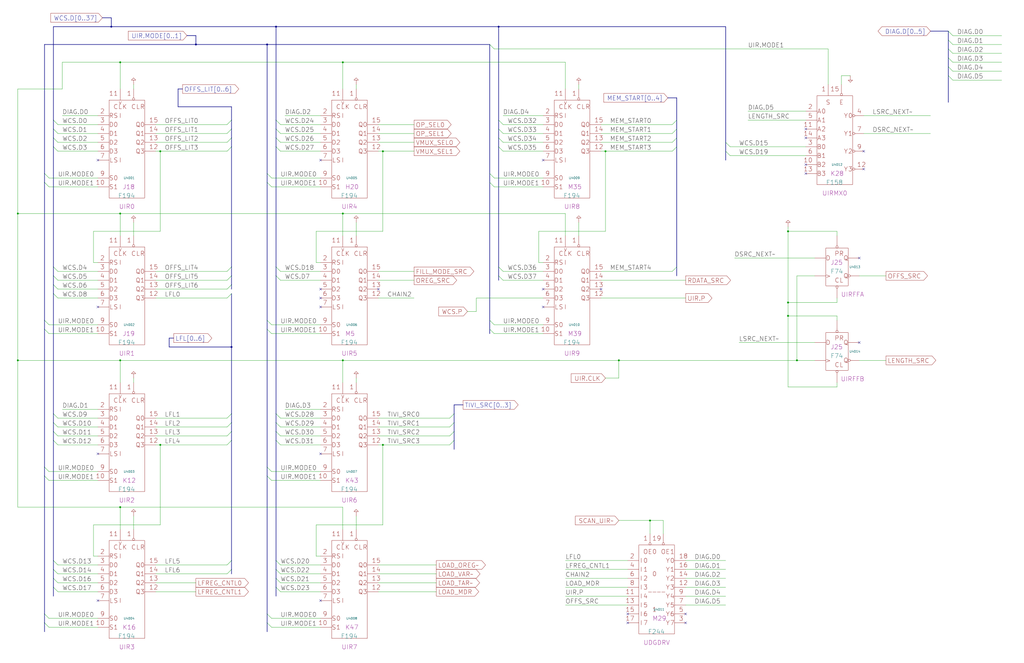
<source format=kicad_sch>
(kicad_sch (version 20211123) (generator eeschema)
  (paper "User" 584.2 378.46)
  (title_block (title "MICRO_INSTRUCTION REGISTER") (date "20-MAR-90") (rev "1.0") (comment 1 "FIU") (comment 2 "232-003065") (comment 3 "S400") (comment 4 "RELEASED"))
  (bus (pts (xy 101.6 50.8) (xy 104.14 50.8)))
  (bus (pts (xy 101.6 60.96) (xy 101.6 50.8)))
  (bus (pts (xy 106.68 20.32) (xy 111.76 20.32)))
  (bus (pts (xy 111.76 20.32) (xy 111.76 25.4)))
  (bus (pts (xy 111.76 25.4) (xy 25.4 25.4)))
  (bus (pts (xy 132.08 152.4) (xy 132.08 157.48)))
  (bus (pts (xy 132.08 157.48) (xy 132.08 162.56)))
  (bus (pts (xy 132.08 162.56) (xy 132.08 165.1)))
  (bus (pts (xy 132.08 167.64) (xy 132.08 198.12)))
  (bus (pts (xy 132.08 198.12) (xy 132.08 236.22)))
  (bus (pts (xy 132.08 198.12) (xy 96.52 198.12)))
  (bus (pts (xy 132.08 236.22) (xy 132.08 241.3)))
  (bus (pts (xy 132.08 241.3) (xy 132.08 246.38)))
  (bus (pts (xy 132.08 246.38) (xy 132.08 251.46)))
  (bus (pts (xy 132.08 251.46) (xy 132.08 320.04)))
  (bus (pts (xy 132.08 320.04) (xy 132.08 325.12)))
  (bus (pts (xy 132.08 325.12) (xy 132.08 327.66)))
  (bus (pts (xy 132.08 60.96) (xy 101.6 60.96)))
  (bus (pts (xy 132.08 60.96) (xy 132.08 68.58)))
  (bus (pts (xy 132.08 68.58) (xy 132.08 73.66)))
  (bus (pts (xy 132.08 73.66) (xy 132.08 78.74)))
  (bus (pts (xy 132.08 78.74) (xy 132.08 83.82)))
  (bus (pts (xy 132.08 83.82) (xy 132.08 152.4)))
  (bus (pts (xy 152.4 104.14) (xy 152.4 182.88)))
  (bus (pts (xy 152.4 182.88) (xy 152.4 187.96)))
  (bus (pts (xy 152.4 187.96) (xy 152.4 266.7)))
  (bus (pts (xy 152.4 25.4) (xy 111.76 25.4)))
  (bus (pts (xy 152.4 25.4) (xy 152.4 99.06)))
  (bus (pts (xy 152.4 266.7) (xy 152.4 271.78)))
  (bus (pts (xy 152.4 271.78) (xy 152.4 350.52)))
  (bus (pts (xy 152.4 350.52) (xy 152.4 355.6)))
  (bus (pts (xy 152.4 355.6) (xy 152.4 360.68)))
  (bus (pts (xy 152.4 99.06) (xy 152.4 104.14)))
  (bus (pts (xy 157.48 15.24) (xy 157.48 68.58)))
  (bus (pts (xy 157.48 15.24) (xy 284.48 15.24)))
  (bus (pts (xy 157.48 152.4) (xy 157.48 157.48)))
  (bus (pts (xy 157.48 157.48) (xy 157.48 236.22)))
  (bus (pts (xy 157.48 236.22) (xy 157.48 241.3)))
  (bus (pts (xy 157.48 241.3) (xy 157.48 246.38)))
  (bus (pts (xy 157.48 246.38) (xy 157.48 251.46)))
  (bus (pts (xy 157.48 251.46) (xy 157.48 320.04)))
  (bus (pts (xy 157.48 320.04) (xy 157.48 325.12)))
  (bus (pts (xy 157.48 325.12) (xy 157.48 330.2)))
  (bus (pts (xy 157.48 330.2) (xy 157.48 335.28)))
  (bus (pts (xy 157.48 335.28) (xy 157.48 340.36)))
  (bus (pts (xy 157.48 68.58) (xy 157.48 73.66)))
  (bus (pts (xy 157.48 73.66) (xy 157.48 78.74)))
  (bus (pts (xy 157.48 78.74) (xy 157.48 83.82)))
  (bus (pts (xy 157.48 83.82) (xy 157.48 152.4)))
  (bus (pts (xy 25.4 104.14) (xy 25.4 182.88)))
  (bus (pts (xy 25.4 182.88) (xy 25.4 187.96)))
  (bus (pts (xy 25.4 187.96) (xy 25.4 266.7)))
  (bus (pts (xy 25.4 25.4) (xy 25.4 99.06)))
  (bus (pts (xy 25.4 266.7) (xy 25.4 271.78)))
  (bus (pts (xy 25.4 271.78) (xy 25.4 350.52)))
  (bus (pts (xy 25.4 350.52) (xy 25.4 355.6)))
  (bus (pts (xy 25.4 355.6) (xy 25.4 360.68)))
  (bus (pts (xy 25.4 99.06) (xy 25.4 104.14)))
  (bus (pts (xy 259.08 231.14) (xy 259.08 236.22)))
  (bus (pts (xy 259.08 236.22) (xy 259.08 241.3)))
  (bus (pts (xy 259.08 241.3) (xy 259.08 246.38)))
  (bus (pts (xy 259.08 246.38) (xy 259.08 251.46)))
  (bus (pts (xy 259.08 251.46) (xy 259.08 256.54)))
  (bus (pts (xy 264.16 231.14) (xy 259.08 231.14)))
  (bus (pts (xy 279.4 104.14) (xy 279.4 182.88)))
  (bus (pts (xy 279.4 182.88) (xy 279.4 187.96)))
  (bus (pts (xy 279.4 187.96) (xy 279.4 190.5)))
  (bus (pts (xy 279.4 25.4) (xy 152.4 25.4)))
  (bus (pts (xy 279.4 25.4) (xy 279.4 99.06)))
  (bus (pts (xy 279.4 99.06) (xy 279.4 104.14)))
  (bus (pts (xy 284.48 15.24) (xy 284.48 68.58)))
  (bus (pts (xy 284.48 152.4) (xy 284.48 157.48)))
  (bus (pts (xy 284.48 157.48) (xy 284.48 160.02)))
  (bus (pts (xy 284.48 68.58) (xy 284.48 73.66)))
  (bus (pts (xy 284.48 73.66) (xy 284.48 78.74)))
  (bus (pts (xy 284.48 78.74) (xy 284.48 83.82)))
  (bus (pts (xy 284.48 83.82) (xy 284.48 152.4)))
  (bus (pts (xy 30.48 15.24) (xy 30.48 68.58)))
  (bus (pts (xy 30.48 15.24) (xy 63.5 15.24)))
  (bus (pts (xy 30.48 152.4) (xy 30.48 157.48)))
  (bus (pts (xy 30.48 157.48) (xy 30.48 162.56)))
  (bus (pts (xy 30.48 162.56) (xy 30.48 167.64)))
  (bus (pts (xy 30.48 167.64) (xy 30.48 236.22)))
  (bus (pts (xy 30.48 236.22) (xy 30.48 241.3)))
  (bus (pts (xy 30.48 241.3) (xy 30.48 246.38)))
  (bus (pts (xy 30.48 246.38) (xy 30.48 251.46)))
  (bus (pts (xy 30.48 251.46) (xy 30.48 320.04)))
  (bus (pts (xy 30.48 320.04) (xy 30.48 325.12)))
  (bus (pts (xy 30.48 325.12) (xy 30.48 330.2)))
  (bus (pts (xy 30.48 330.2) (xy 30.48 335.28)))
  (bus (pts (xy 30.48 335.28) (xy 30.48 340.36)))
  (bus (pts (xy 30.48 68.58) (xy 30.48 73.66)))
  (bus (pts (xy 30.48 73.66) (xy 30.48 78.74)))
  (bus (pts (xy 30.48 78.74) (xy 30.48 83.82)))
  (bus (pts (xy 30.48 83.82) (xy 30.48 152.4)))
  (bus (pts (xy 381 55.88) (xy 386.08 55.88)))
  (bus (pts (xy 386.08 152.4) (xy 386.08 157.48)))
  (bus (pts (xy 386.08 55.88) (xy 386.08 68.58)))
  (bus (pts (xy 386.08 68.58) (xy 386.08 73.66)))
  (bus (pts (xy 386.08 73.66) (xy 386.08 78.74)))
  (bus (pts (xy 386.08 78.74) (xy 386.08 83.82)))
  (bus (pts (xy 386.08 83.82) (xy 386.08 152.4)))
  (bus (pts (xy 414.02 15.24) (xy 284.48 15.24)))
  (bus (pts (xy 414.02 15.24) (xy 414.02 81.28)))
  (bus (pts (xy 414.02 81.28) (xy 414.02 86.36)))
  (bus (pts (xy 414.02 86.36) (xy 414.02 91.44)))
  (bus (pts (xy 530.86 17.78) (xy 541.02 17.78)))
  (bus (pts (xy 541.02 17.78) (xy 541.02 22.86)))
  (bus (pts (xy 541.02 22.86) (xy 541.02 27.94)))
  (bus (pts (xy 541.02 27.94) (xy 541.02 33.02)))
  (bus (pts (xy 541.02 33.02) (xy 541.02 38.1)))
  (bus (pts (xy 541.02 38.1) (xy 541.02 43.18)))
  (bus (pts (xy 541.02 43.18) (xy 541.02 58.42)))
  (bus (pts (xy 58.42 10.16) (xy 63.5 10.16)))
  (bus (pts (xy 63.5 10.16) (xy 63.5 15.24)))
  (bus (pts (xy 63.5 15.24) (xy 157.48 15.24)))
  (bus (pts (xy 96.52 193.04) (xy 99.06 193.04)))
  (bus (pts (xy 96.52 198.12) (xy 96.52 193.04)))
  (wire (pts (xy 10.16 121.92) (xy 10.16 205.74)))
  (wire (pts (xy 10.16 121.92) (xy 68.58 121.92)))
  (wire (pts (xy 10.16 205.74) (xy 10.16 289.56)))
  (wire (pts (xy 10.16 205.74) (xy 68.58 205.74)))
  (wire (pts (xy 10.16 289.56) (xy 68.58 289.56)))
  (wire (pts (xy 10.16 50.8) (xy 10.16 121.92)))
  (wire (pts (xy 154.94 101.6) (xy 182.88 101.6)))
  (wire (pts (xy 154.94 106.68) (xy 182.88 106.68)))
  (wire (pts (xy 154.94 185.42) (xy 182.88 185.42)))
  (wire (pts (xy 154.94 190.5) (xy 182.88 190.5)))
  (wire (pts (xy 154.94 269.24) (xy 182.88 269.24)))
  (wire (pts (xy 154.94 274.32) (xy 182.88 274.32)))
  (wire (pts (xy 154.94 353.06) (xy 182.88 353.06)))
  (wire (pts (xy 154.94 358.14) (xy 182.88 358.14)))
  (wire (pts (xy 160.02 154.94) (xy 182.88 154.94)))
  (wire (pts (xy 160.02 160.02) (xy 182.88 160.02)))
  (wire (pts (xy 160.02 238.76) (xy 182.88 238.76)))
  (wire (pts (xy 160.02 243.84) (xy 182.88 243.84)))
  (wire (pts (xy 160.02 248.92) (xy 182.88 248.92)))
  (wire (pts (xy 160.02 254) (xy 182.88 254)))
  (wire (pts (xy 160.02 322.58) (xy 182.88 322.58)))
  (wire (pts (xy 160.02 327.66) (xy 182.88 327.66)))
  (wire (pts (xy 160.02 332.74) (xy 182.88 332.74)))
  (wire (pts (xy 160.02 337.82) (xy 182.88 337.82)))
  (wire (pts (xy 160.02 71.12) (xy 182.88 71.12)))
  (wire (pts (xy 160.02 76.2) (xy 182.88 76.2)))
  (wire (pts (xy 160.02 81.28) (xy 182.88 81.28)))
  (wire (pts (xy 160.02 86.36) (xy 182.88 86.36)))
  (wire (pts (xy 162.56 233.68) (xy 182.88 233.68)))
  (wire (pts (xy 162.56 66.04) (xy 182.88 66.04)))
  (wire (pts (xy 180.34 132.08) (xy 218.44 132.08)))
  (wire (pts (xy 180.34 149.86) (xy 180.34 132.08)))
  (wire (pts (xy 180.34 299.72) (xy 218.44 299.72)))
  (wire (pts (xy 180.34 317.5) (xy 180.34 299.72)))
  (wire (pts (xy 182.88 149.86) (xy 180.34 149.86)))
  (wire (pts (xy 182.88 317.5) (xy 180.34 317.5)))
  (wire (pts (xy 195.58 121.92) (xy 195.58 134.62)))
  (wire (pts (xy 195.58 121.92) (xy 322.58 121.92)))
  (wire (pts (xy 195.58 205.74) (xy 195.58 218.44)))
  (wire (pts (xy 195.58 205.74) (xy 353.06 205.74)))
  (wire (pts (xy 195.58 289.56) (xy 195.58 302.26)))
  (wire (pts (xy 195.58 35.56) (xy 195.58 50.8)))
  (wire (pts (xy 195.58 35.56) (xy 68.58 35.56)))
  (wire (pts (xy 203.2 127) (xy 203.2 134.62)))
  (wire (pts (xy 203.2 215.9) (xy 203.2 218.44)))
  (wire (pts (xy 203.2 294.64) (xy 203.2 302.26)))
  (wire (pts (xy 203.2 48.26) (xy 203.2 50.8)))
  (wire (pts (xy 215.9 154.94) (xy 236.22 154.94)))
  (wire (pts (xy 215.9 160.02) (xy 236.22 160.02)))
  (wire (pts (xy 215.9 170.18) (xy 236.22 170.18)))
  (wire (pts (xy 215.9 238.76) (xy 256.54 238.76)))
  (wire (pts (xy 215.9 243.84) (xy 256.54 243.84)))
  (wire (pts (xy 215.9 248.92) (xy 256.54 248.92)))
  (wire (pts (xy 215.9 254) (xy 218.44 254)))
  (wire (pts (xy 215.9 322.58) (xy 248.92 322.58)))
  (wire (pts (xy 215.9 327.66) (xy 248.92 327.66)))
  (wire (pts (xy 215.9 332.74) (xy 248.92 332.74)))
  (wire (pts (xy 215.9 337.82) (xy 248.92 337.82)))
  (wire (pts (xy 215.9 71.12) (xy 236.22 71.12)))
  (wire (pts (xy 215.9 76.2) (xy 236.22 76.2)))
  (wire (pts (xy 215.9 81.28) (xy 236.22 81.28)))
  (wire (pts (xy 215.9 86.36) (xy 218.44 86.36)))
  (wire (pts (xy 218.44 132.08) (xy 218.44 86.36)))
  (wire (pts (xy 218.44 254) (xy 256.54 254)))
  (wire (pts (xy 218.44 299.72) (xy 218.44 254)))
  (wire (pts (xy 218.44 86.36) (xy 236.22 86.36)))
  (wire (pts (xy 27.94 101.6) (xy 55.88 101.6)))
  (wire (pts (xy 27.94 106.68) (xy 55.88 106.68)))
  (wire (pts (xy 27.94 185.42) (xy 55.88 185.42)))
  (wire (pts (xy 27.94 190.5) (xy 55.88 190.5)))
  (wire (pts (xy 27.94 269.24) (xy 55.88 269.24)))
  (wire (pts (xy 27.94 274.32) (xy 55.88 274.32)))
  (wire (pts (xy 27.94 353.06) (xy 55.88 353.06)))
  (wire (pts (xy 27.94 358.14) (xy 55.88 358.14)))
  (wire (pts (xy 271.78 170.18) (xy 271.78 177.8)))
  (wire (pts (xy 271.78 177.8) (xy 266.7 177.8)))
  (wire (pts (xy 281.94 101.6) (xy 309.88 101.6)))
  (wire (pts (xy 281.94 106.68) (xy 309.88 106.68)))
  (wire (pts (xy 281.94 185.42) (xy 309.88 185.42)))
  (wire (pts (xy 281.94 190.5) (xy 309.88 190.5)))
  (wire (pts (xy 281.94 27.94) (xy 472.44 27.94)))
  (wire (pts (xy 287.02 154.94) (xy 309.88 154.94)))
  (wire (pts (xy 287.02 160.02) (xy 309.88 160.02)))
  (wire (pts (xy 287.02 66.04) (xy 309.88 66.04)))
  (wire (pts (xy 287.02 71.12) (xy 309.88 71.12)))
  (wire (pts (xy 287.02 76.2) (xy 309.88 76.2)))
  (wire (pts (xy 287.02 81.28) (xy 309.88 81.28)))
  (wire (pts (xy 287.02 86.36) (xy 309.88 86.36)))
  (wire (pts (xy 307.34 132.08) (xy 345.44 132.08)))
  (wire (pts (xy 307.34 149.86) (xy 307.34 132.08)))
  (wire (pts (xy 309.88 149.86) (xy 307.34 149.86)))
  (wire (pts (xy 309.88 170.18) (xy 271.78 170.18)))
  (wire (pts (xy 322.58 134.62) (xy 322.58 121.92)))
  (wire (pts (xy 322.58 320.04) (xy 358.14 320.04)))
  (wire (pts (xy 322.58 325.12) (xy 358.14 325.12)))
  (wire (pts (xy 322.58 330.2) (xy 358.14 330.2)))
  (wire (pts (xy 322.58 335.28) (xy 358.14 335.28)))
  (wire (pts (xy 322.58 340.36) (xy 358.14 340.36)))
  (wire (pts (xy 322.58 345.44) (xy 358.14 345.44)))
  (wire (pts (xy 322.58 35.56) (xy 195.58 35.56)))
  (wire (pts (xy 322.58 50.8) (xy 322.58 35.56)))
  (wire (pts (xy 33.02 154.94) (xy 55.88 154.94)))
  (wire (pts (xy 33.02 160.02) (xy 55.88 160.02)))
  (wire (pts (xy 33.02 165.1) (xy 55.88 165.1)))
  (wire (pts (xy 33.02 170.18) (xy 55.88 170.18)))
  (wire (pts (xy 33.02 238.76) (xy 55.88 238.76)))
  (wire (pts (xy 33.02 243.84) (xy 55.88 243.84)))
  (wire (pts (xy 33.02 248.92) (xy 55.88 248.92)))
  (wire (pts (xy 33.02 254) (xy 55.88 254)))
  (wire (pts (xy 33.02 322.58) (xy 55.88 322.58)))
  (wire (pts (xy 33.02 327.66) (xy 55.88 327.66)))
  (wire (pts (xy 33.02 332.74) (xy 55.88 332.74)))
  (wire (pts (xy 33.02 337.82) (xy 55.88 337.82)))
  (wire (pts (xy 33.02 71.12) (xy 55.88 71.12)))
  (wire (pts (xy 33.02 76.2) (xy 55.88 76.2)))
  (wire (pts (xy 33.02 81.28) (xy 55.88 81.28)))
  (wire (pts (xy 33.02 86.36) (xy 55.88 86.36)))
  (wire (pts (xy 330.2 127) (xy 330.2 134.62)))
  (wire (pts (xy 330.2 48.26) (xy 330.2 50.8)))
  (wire (pts (xy 342.9 154.94) (xy 383.54 154.94)))
  (wire (pts (xy 342.9 160.02) (xy 391.16 160.02)))
  (wire (pts (xy 342.9 170.18) (xy 391.16 170.18)))
  (wire (pts (xy 342.9 71.12) (xy 383.54 71.12)))
  (wire (pts (xy 342.9 76.2) (xy 383.54 76.2)))
  (wire (pts (xy 342.9 81.28) (xy 383.54 81.28)))
  (wire (pts (xy 342.9 86.36) (xy 345.44 86.36)))
  (wire (pts (xy 345.44 132.08) (xy 345.44 86.36)))
  (wire (pts (xy 345.44 215.9) (xy 353.06 215.9)))
  (wire (pts (xy 345.44 86.36) (xy 383.54 86.36)))
  (wire (pts (xy 35.56 233.68) (xy 55.88 233.68)))
  (wire (pts (xy 35.56 35.56) (xy 35.56 50.8)))
  (wire (pts (xy 35.56 50.8) (xy 10.16 50.8)))
  (wire (pts (xy 35.56 66.04) (xy 55.88 66.04)))
  (wire (pts (xy 353.06 205.74) (xy 454.66 205.74)))
  (wire (pts (xy 353.06 215.9) (xy 353.06 205.74)))
  (wire (pts (xy 370.84 297.18) (xy 353.06 297.18)))
  (wire (pts (xy 370.84 297.18) (xy 370.84 304.8)))
  (wire (pts (xy 378.46 297.18) (xy 370.84 297.18)))
  (wire (pts (xy 378.46 304.8) (xy 378.46 297.18)))
  (wire (pts (xy 391.16 320.04) (xy 414.02 320.04)))
  (wire (pts (xy 391.16 325.12) (xy 414.02 325.12)))
  (wire (pts (xy 391.16 330.2) (xy 414.02 330.2)))
  (wire (pts (xy 391.16 335.28) (xy 414.02 335.28)))
  (wire (pts (xy 391.16 340.36) (xy 414.02 340.36)))
  (wire (pts (xy 391.16 345.44) (xy 414.02 345.44)))
  (wire (pts (xy 416.56 83.82) (xy 459.74 83.82)))
  (wire (pts (xy 416.56 88.9) (xy 459.74 88.9)))
  (wire (pts (xy 419.1 147.32) (xy 464.82 147.32)))
  (wire (pts (xy 421.64 195.58) (xy 464.82 195.58)))
  (wire (pts (xy 426.72 63.5) (xy 459.74 63.5)))
  (wire (pts (xy 426.72 68.58) (xy 459.74 68.58)))
  (wire (pts (xy 449.58 132.08) (xy 449.58 129.54)))
  (wire (pts (xy 449.58 172.72) (xy 449.58 132.08)))
  (wire (pts (xy 449.58 180.34) (xy 449.58 172.72)))
  (wire (pts (xy 449.58 220.98) (xy 449.58 180.34)))
  (wire (pts (xy 454.66 157.48) (xy 454.66 205.74)))
  (wire (pts (xy 454.66 205.74) (xy 464.82 205.74)))
  (wire (pts (xy 464.82 157.48) (xy 454.66 157.48)))
  (wire (pts (xy 472.44 48.26) (xy 472.44 27.94)))
  (wire (pts (xy 477.52 132.08) (xy 449.58 132.08)))
  (wire (pts (xy 477.52 134.62) (xy 477.52 132.08)))
  (wire (pts (xy 477.52 170.18) (xy 477.52 172.72)))
  (wire (pts (xy 477.52 172.72) (xy 449.58 172.72)))
  (wire (pts (xy 477.52 180.34) (xy 449.58 180.34)))
  (wire (pts (xy 477.52 182.88) (xy 477.52 180.34)))
  (wire (pts (xy 477.52 218.44) (xy 477.52 220.98)))
  (wire (pts (xy 477.52 220.98) (xy 449.58 220.98)))
  (wire (pts (xy 480.06 43.18) (xy 485.14 43.18)))
  (wire (pts (xy 480.06 48.26) (xy 480.06 43.18)))
  (wire (pts (xy 490.22 157.48) (xy 505.46 157.48)))
  (wire (pts (xy 490.22 205.74) (xy 505.46 205.74)))
  (wire (pts (xy 492.76 66.04) (xy 530.86 66.04)))
  (wire (pts (xy 492.76 76.2) (xy 530.86 76.2)))
  (wire (pts (xy 53.34 132.08) (xy 91.44 132.08)))
  (wire (pts (xy 53.34 149.86) (xy 53.34 132.08)))
  (wire (pts (xy 53.34 299.72) (xy 91.44 299.72)))
  (wire (pts (xy 53.34 317.5) (xy 53.34 299.72)))
  (wire (pts (xy 543.56 20.32) (xy 571.5 20.32)))
  (wire (pts (xy 543.56 25.4) (xy 571.5 25.4)))
  (wire (pts (xy 543.56 30.48) (xy 571.5 30.48)))
  (wire (pts (xy 543.56 35.56) (xy 571.5 35.56)))
  (wire (pts (xy 543.56 40.64) (xy 571.5 40.64)))
  (wire (pts (xy 543.56 45.72) (xy 571.5 45.72)))
  (wire (pts (xy 55.88 149.86) (xy 53.34 149.86)))
  (wire (pts (xy 55.88 317.5) (xy 53.34 317.5)))
  (wire (pts (xy 68.58 121.92) (xy 195.58 121.92)))
  (wire (pts (xy 68.58 121.92) (xy 68.58 134.62)))
  (wire (pts (xy 68.58 205.74) (xy 195.58 205.74)))
  (wire (pts (xy 68.58 205.74) (xy 68.58 218.44)))
  (wire (pts (xy 68.58 289.56) (xy 195.58 289.56)))
  (wire (pts (xy 68.58 289.56) (xy 68.58 302.26)))
  (wire (pts (xy 68.58 35.56) (xy 35.56 35.56)))
  (wire (pts (xy 68.58 35.56) (xy 68.58 50.8)))
  (wire (pts (xy 76.2 127) (xy 76.2 134.62)))
  (wire (pts (xy 76.2 215.9) (xy 76.2 218.44)))
  (wire (pts (xy 76.2 294.64) (xy 76.2 302.26)))
  (wire (pts (xy 76.2 48.26) (xy 76.2 50.8)))
  (wire (pts (xy 88.9 154.94) (xy 129.54 154.94)))
  (wire (pts (xy 88.9 160.02) (xy 129.54 160.02)))
  (wire (pts (xy 88.9 165.1) (xy 129.54 165.1)))
  (wire (pts (xy 88.9 170.18) (xy 129.54 170.18)))
  (wire (pts (xy 88.9 238.76) (xy 129.54 238.76)))
  (wire (pts (xy 88.9 243.84) (xy 129.54 243.84)))
  (wire (pts (xy 88.9 248.92) (xy 129.54 248.92)))
  (wire (pts (xy 88.9 254) (xy 91.44 254)))
  (wire (pts (xy 88.9 322.58) (xy 129.54 322.58)))
  (wire (pts (xy 88.9 327.66) (xy 129.54 327.66)))
  (wire (pts (xy 88.9 332.74) (xy 111.76 332.74)))
  (wire (pts (xy 88.9 337.82) (xy 111.76 337.82)))
  (wire (pts (xy 88.9 71.12) (xy 129.54 71.12)))
  (wire (pts (xy 88.9 76.2) (xy 129.54 76.2)))
  (wire (pts (xy 88.9 81.28) (xy 129.54 81.28)))
  (wire (pts (xy 88.9 86.36) (xy 91.44 86.36)))
  (wire (pts (xy 91.44 254) (xy 129.54 254)))
  (wire (pts (xy 91.44 299.72) (xy 91.44 254)))
  (wire (pts (xy 91.44 86.36) (xy 129.54 86.36)))
  (wire (pts (xy 91.44 86.36) (xy 91.44 132.08)))
  (junction (at 10.16 121.92))
  (junction (at 10.16 205.74))
  (bus_entry (at 25.4 99.06) (size 2.54 2.54))
  (bus_entry (at 25.4 104.14) (size 2.54 2.54))
  (bus_entry (at 25.4 182.88) (size 2.54 2.54))
  (bus_entry (at 25.4 187.96) (size 2.54 2.54))
  (bus_entry (at 25.4 266.7) (size 2.54 2.54))
  (bus_entry (at 25.4 271.78) (size 2.54 2.54))
  (bus_entry (at 25.4 350.52) (size 2.54 2.54))
  (bus_entry (at 25.4 355.6) (size 2.54 2.54))
  (bus_entry (at 30.48 68.58) (size 2.54 2.54))
  (bus_entry (at 30.48 73.66) (size 2.54 2.54))
  (bus_entry (at 30.48 78.74) (size 2.54 2.54))
  (bus_entry (at 30.48 83.82) (size 2.54 2.54))
  (bus_entry (at 30.48 152.4) (size 2.54 2.54))
  (bus_entry (at 30.48 157.48) (size 2.54 2.54))
  (bus_entry (at 30.48 162.56) (size 2.54 2.54))
  (bus_entry (at 30.48 167.64) (size 2.54 2.54))
  (bus_entry (at 30.48 236.22) (size 2.54 2.54))
  (bus_entry (at 30.48 241.3) (size 2.54 2.54))
  (bus_entry (at 30.48 246.38) (size 2.54 2.54))
  (bus_entry (at 30.48 251.46) (size 2.54 2.54))
  (bus_entry (at 30.48 320.04) (size 2.54 2.54))
  (bus_entry (at 30.48 325.12) (size 2.54 2.54))
  (bus_entry (at 30.48 330.2) (size 2.54 2.54))
  (bus_entry (at 30.48 335.28) (size 2.54 2.54))
  (label "UIR.MODE0" (at 33.02 101.6 0) (effects (font (size 2.54 2.54))))
  (label "UIR.MODE1" (at 33.02 106.68 0) (effects (font (size 2.54 2.54))))
  (label "UIR.MODE0" (at 33.02 185.42 0) (effects (font (size 2.54 2.54))))
  (label "UIR.MODE1" (at 33.02 190.5 0) (effects (font (size 2.54 2.54))))
  (label "UIR.MODE0" (at 33.02 269.24 0) (effects (font (size 2.54 2.54))))
  (label "UIR.MODE1" (at 33.02 274.32 0) (effects (font (size 2.54 2.54))))
  (label "UIR.MODE0" (at 33.02 353.06 0) (effects (font (size 2.54 2.54))))
  (label "UIR.MODE1" (at 33.02 358.14 0) (effects (font (size 2.54 2.54))))
  (label "DIAG.D0" (at 35.56 66.04 0) (effects (font (size 2.54 2.54))))
  (label "WCS.D0" (at 35.56 71.12 0) (effects (font (size 2.54 2.54))))
  (label "WCS.D1" (at 35.56 76.2 0) (effects (font (size 2.54 2.54))))
  (label "WCS.D2" (at 35.56 81.28 0) (effects (font (size 2.54 2.54))))
  (label "WCS.D3" (at 35.56 86.36 0) (effects (font (size 2.54 2.54))))
  (label "WCS.D4" (at 35.56 154.94 0) (effects (font (size 2.54 2.54))))
  (label "WCS.D5" (at 35.56 160.02 0) (effects (font (size 2.54 2.54))))
  (label "WCS.D6" (at 35.56 165.1 0) (effects (font (size 2.54 2.54))))
  (label "WCS.D8" (at 35.56 170.18 0) (effects (font (size 2.54 2.54))))
  (label "DIAG.D1" (at 35.56 233.68 0) (effects (font (size 2.54 2.54))))
  (label "WCS.D9" (at 35.56 238.76 0) (effects (font (size 2.54 2.54))))
  (label "WCS.D10" (at 35.56 243.84 0) (effects (font (size 2.54 2.54))))
  (label "WCS.D11" (at 35.56 248.92 0) (effects (font (size 2.54 2.54))))
  (label "WCS.D12" (at 35.56 254 0) (effects (font (size 2.54 2.54))))
  (label "WCS.D13" (at 35.56 322.58 0) (effects (font (size 2.54 2.54))))
  (label "WCS.D14" (at 35.56 327.66 0) (effects (font (size 2.54 2.54))))
  (label "WCS.D16" (at 35.56 332.74 0) (effects (font (size 2.54 2.54))))
  (label "WCS.D17" (at 35.56 337.82 0) (effects (font (size 2.54 2.54))))
  (no_connect (at 55.88 91.44))
  (no_connect (at 55.88 175.26))
  (no_connect (at 55.88 259.08))
  (no_connect (at 55.88 342.9))
  (global_label "WCS.D[0..37]" (shape input) (at 58.42 10.16 180) (effects (font (size 2.54 2.54))) (property "Intersheet References" "${INTERSHEET_REFS}" (at 28.9197 10.0013 0) (effects (font (size 2.54 2.54)) (justify right))))
  (junction (at 63.5 15.24))
  (junction (at 68.58 35.56))
  (junction (at 68.58 121.92))
  (junction (at 68.58 205.74))
  (junction (at 68.58 289.56))
  (symbol (lib_id "r1000:F194") (at 71.12 106.68 0) (unit 1)
    (property "Reference" "U4001" (at 73.66 101.6 0))
    (property "Value" "F194" (at 67.31 111.76 0) (effects (font (size 2.54 2.54)) (justify left)))
    (property "Location" "J18" (at 69.85 106.68 0) (effects (font (size 2.54 2.54)) (justify left)))
    (property "Name" "UIR0" (at 72.39 119.38 0) (effects (font (size 2.54 2.54)) (justify bottom)))
  )
  (symbol (lib_id "r1000:F194") (at 71.12 190.5 0) (unit 1)
    (property "Reference" "U4002" (at 73.66 185.42 0))
    (property "Value" "F194" (at 67.31 195.58 0) (effects (font (size 2.54 2.54)) (justify left)))
    (property "Location" "J19" (at 69.85 190.5 0) (effects (font (size 2.54 2.54)) (justify left)))
    (property "Name" "UIR1" (at 72.39 203.2 0) (effects (font (size 2.54 2.54)) (justify bottom)))
  )
  (symbol (lib_id "r1000:F194") (at 71.12 274.32 0) (unit 1)
    (property "Reference" "U4003" (at 73.66 269.24 0))
    (property "Value" "F194" (at 67.31 279.4 0) (effects (font (size 2.54 2.54)) (justify left)))
    (property "Location" "K12" (at 69.85 274.32 0) (effects (font (size 2.54 2.54)) (justify left)))
    (property "Name" "UIR2" (at 72.39 287.02 0) (effects (font (size 2.54 2.54)) (justify bottom)))
  )
  (symbol (lib_id "r1000:F194") (at 71.12 358.14 0) (unit 1)
    (property "Reference" "U4004" (at 73.66 353.06 0))
    (property "Value" "F194" (at 67.31 363.22 0) (effects (font (size 2.54 2.54)) (justify left)))
    (property "Location" "K16" (at 69.85 358.14 0) (effects (font (size 2.54 2.54)) (justify left)))
    (property "Name" "UIR3" (at 72.39 370.84 0) (effects (font (size 2.54 2.54)) (justify bottom)))
  )
  (symbol (lib_id "r1000:PU") (at 76.2 48.26 0) (unit 1)
    (property "Reference" "#PWR0115" (effects hide))
    (property "Value" "PU" (effects hide))
  )
  (symbol (lib_id "r1000:PU") (at 76.2 127 0) (unit 1)
    (property "Reference" "#PWR0110" (effects hide))
    (property "Value" "PU" (effects hide))
  )
  (symbol (lib_id "r1000:PU") (at 76.2 215.9 0) (unit 1)
    (property "Reference" "#PWR0111" (effects hide))
    (property "Value" "PU" (effects hide))
  )
  (symbol (lib_id "r1000:PU") (at 76.2 294.64 0) (unit 1)
    (property "Reference" "#PWR0116" (effects hide))
    (property "Value" "PU" (effects hide))
  )
  (junction (at 91.44 86.36))
  (junction (at 91.44 254))
  (label "OFFS_LIT0" (at 93.98 71.12 0) (effects (font (size 2.54 2.54))))
  (label "OFFS_LIT1" (at 93.98 76.2 0) (effects (font (size 2.54 2.54))))
  (label "OFFS_LIT2" (at 93.98 81.28 0) (effects (font (size 2.54 2.54))))
  (label "OFFS_LIT3" (at 93.98 86.36 0) (effects (font (size 2.54 2.54))))
  (label "OFFS_LIT4" (at 93.98 154.94 0) (effects (font (size 2.54 2.54))))
  (label "OFFS_LIT5" (at 93.98 160.02 0) (effects (font (size 2.54 2.54))))
  (label "OFFS_LIT6" (at 93.98 165.1 0) (effects (font (size 2.54 2.54))))
  (label "LFL0" (at 93.98 170.18 0) (effects (font (size 2.54 2.54))))
  (label "LFL1" (at 93.98 238.76 0) (effects (font (size 2.54 2.54))))
  (label "LFL2" (at 93.98 243.84 0) (effects (font (size 2.54 2.54))))
  (label "LFL3" (at 93.98 248.92 0) (effects (font (size 2.54 2.54))))
  (label "LFL4" (at 93.98 254 0) (effects (font (size 2.54 2.54))))
  (label "LFL5" (at 93.98 322.58 0) (effects (font (size 2.54 2.54))))
  (label "LFL6" (at 93.98 327.66 0) (effects (font (size 2.54 2.54))))
  (global_label "LFL[0..6]" (shape output) (at 99.06 193.04 0) (effects (font (size 2.54 2.54))) (property "Intersheet References" "${INTERSHEET_REFS}" (at 120.8193 192.8813 0) (effects (font (size 2.54 2.54)) (justify left))))
  (global_label "OFFS_LIT[0..6]" (shape output) (at 104.14 50.8 0) (effects (font (size 2.54 2.54))) (property "Intersheet References" "${INTERSHEET_REFS}" (at 136.1803 50.6413 0) (effects (font (size 2.54 2.54)) (justify left))))
  (global_label "UIR.MODE[0..1]" (shape input) (at 106.68 20.32 180) (effects (font (size 2.54 2.54))) (property "Intersheet References" "${INTERSHEET_REFS}" (at 73.1883 20.1613 0) (effects (font (size 2.54 2.54)) (justify right))))
  (junction (at 111.76 25.4))
  (global_label "LFREG_CNTL0" (shape output) (at 111.76 332.74 0) (effects (font (size 2.54 2.54))) (property "Intersheet References" "${INTERSHEET_REFS}" (at 141.7441 332.5813 0) (effects (font (size 2.54 2.54)) (justify left))))
  (global_label "LFREG_CNTL1" (shape output) (at 111.76 337.82 0) (effects (font (size 2.54 2.54))) (property "Intersheet References" "${INTERSHEET_REFS}" (at 141.7441 337.6613 0) (effects (font (size 2.54 2.54)) (justify left))))
  (bus_entry (at 132.08 68.58) (size -2.54 2.54))
  (bus_entry (at 132.08 73.66) (size -2.54 2.54))
  (bus_entry (at 132.08 78.74) (size -2.54 2.54))
  (bus_entry (at 132.08 83.82) (size -2.54 2.54))
  (bus_entry (at 132.08 152.4) (size -2.54 2.54))
  (bus_entry (at 132.08 157.48) (size -2.54 2.54))
  (bus_entry (at 132.08 162.56) (size -2.54 2.54))
  (bus_entry (at 132.08 167.64) (size -2.54 2.54))
  (junction (at 132.08 198.12))
  (bus_entry (at 132.08 236.22) (size -2.54 2.54))
  (bus_entry (at 132.08 241.3) (size -2.54 2.54))
  (bus_entry (at 132.08 246.38) (size -2.54 2.54))
  (bus_entry (at 132.08 251.46) (size -2.54 2.54))
  (bus_entry (at 132.08 320.04) (size -2.54 2.54))
  (bus_entry (at 132.08 325.12) (size -2.54 2.54))
  (junction (at 152.4 25.4))
  (bus_entry (at 152.4 99.06) (size 2.54 2.54))
  (bus_entry (at 152.4 104.14) (size 2.54 2.54))
  (bus_entry (at 152.4 182.88) (size 2.54 2.54))
  (bus_entry (at 152.4 187.96) (size 2.54 2.54))
  (bus_entry (at 152.4 266.7) (size 2.54 2.54))
  (bus_entry (at 152.4 271.78) (size 2.54 2.54))
  (bus_entry (at 152.4 350.52) (size 2.54 2.54))
  (bus_entry (at 152.4 355.6) (size 2.54 2.54))
  (junction (at 157.48 15.24))
  (bus_entry (at 157.48 68.58) (size 2.54 2.54))
  (bus_entry (at 157.48 73.66) (size 2.54 2.54))
  (bus_entry (at 157.48 78.74) (size 2.54 2.54))
  (bus_entry (at 157.48 83.82) (size 2.54 2.54))
  (bus_entry (at 157.48 152.4) (size 2.54 2.54))
  (bus_entry (at 157.48 157.48) (size 2.54 2.54))
  (bus_entry (at 157.48 236.22) (size 2.54 2.54))
  (bus_entry (at 157.48 241.3) (size 2.54 2.54))
  (bus_entry (at 157.48 246.38) (size 2.54 2.54))
  (bus_entry (at 157.48 251.46) (size 2.54 2.54))
  (bus_entry (at 157.48 320.04) (size 2.54 2.54))
  (bus_entry (at 157.48 325.12) (size 2.54 2.54))
  (bus_entry (at 157.48 330.2) (size 2.54 2.54))
  (bus_entry (at 157.48 335.28) (size 2.54 2.54))
  (label "UIR.MODE0" (at 160.02 101.6 0) (effects (font (size 2.54 2.54))))
  (label "UIR.MODE1" (at 160.02 106.68 0) (effects (font (size 2.54 2.54))))
  (label "UIR.MODE0" (at 160.02 185.42 0) (effects (font (size 2.54 2.54))))
  (label "UIR.MODE1" (at 160.02 190.5 0) (effects (font (size 2.54 2.54))))
  (label "UIR.MODE0" (at 160.02 269.24 0) (effects (font (size 2.54 2.54))))
  (label "UIR.MODE1" (at 160.02 274.32 0) (effects (font (size 2.54 2.54))))
  (label "WCS.D20" (at 160.02 322.58 0) (effects (font (size 2.54 2.54))))
  (label "WCS.D22" (at 160.02 327.66 0) (effects (font (size 2.54 2.54))))
  (label "WCS.D21" (at 160.02 332.74 0) (effects (font (size 2.54 2.54))))
  (label "WCS.D23" (at 160.02 337.82 0) (effects (font (size 2.54 2.54))))
  (label "UIR.MODE0" (at 160.02 353.06 0) (effects (font (size 2.54 2.54))))
  (label "UIR.MODE1" (at 160.02 358.14 0) (effects (font (size 2.54 2.54))))
  (label "DIAG.D2" (at 162.56 66.04 0) (effects (font (size 2.54 2.54))))
  (label "WCS.D24" (at 162.56 71.12 0) (effects (font (size 2.54 2.54))))
  (label "WCS.D25" (at 162.56 76.2 0) (effects (font (size 2.54 2.54))))
  (label "WCS.D26" (at 162.56 81.28 0) (effects (font (size 2.54 2.54))))
  (label "WCS.D27" (at 162.56 86.36 0) (effects (font (size 2.54 2.54))))
  (label "WCS.D18" (at 162.56 154.94 0) (effects (font (size 2.54 2.54))))
  (label "WCS.D7" (at 162.56 160.02 0) (effects (font (size 2.54 2.54))))
  (label "DIAG.D3" (at 162.56 233.68 0) (effects (font (size 2.54 2.54))))
  (label "WCS.D28" (at 162.56 238.76 0) (effects (font (size 2.54 2.54))))
  (label "WCS.D29" (at 162.56 243.84 0) (effects (font (size 2.54 2.54))))
  (label "WCS.D30" (at 162.56 248.92 0) (effects (font (size 2.54 2.54))))
  (label "WCS.D31" (at 162.56 254 0) (effects (font (size 2.54 2.54))))
  (no_connect (at 182.88 91.44))
  (no_connect (at 182.88 165.1))
  (no_connect (at 182.88 170.18))
  (no_connect (at 182.88 175.26))
  (no_connect (at 182.88 259.08))
  (no_connect (at 182.88 342.9))
  (junction (at 195.58 35.56))
  (junction (at 195.58 121.92))
  (junction (at 195.58 205.74))
  (symbol (lib_id "r1000:F194") (at 198.12 106.68 0) (unit 1)
    (property "Reference" "U4005" (at 200.66 101.6 0))
    (property "Value" "F194" (at 194.31 111.76 0) (effects (font (size 2.54 2.54)) (justify left)))
    (property "Location" "H20" (at 196.85 106.68 0) (effects (font (size 2.54 2.54)) (justify left)))
    (property "Name" "UIR4" (at 199.39 119.38 0) (effects (font (size 2.54 2.54)) (justify bottom)))
  )
  (symbol (lib_id "r1000:F194") (at 198.12 190.5 0) (unit 1)
    (property "Reference" "U4006" (at 200.66 185.42 0))
    (property "Value" "F194" (at 194.31 195.58 0) (effects (font (size 2.54 2.54)) (justify left)))
    (property "Location" "M5" (at 196.85 190.5 0) (effects (font (size 2.54 2.54)) (justify left)))
    (property "Name" "UIR5" (at 199.39 203.2 0) (effects (font (size 2.54 2.54)) (justify bottom)))
  )
  (symbol (lib_id "r1000:F194") (at 198.12 274.32 0) (unit 1)
    (property "Reference" "U4007" (at 200.66 269.24 0))
    (property "Value" "F194" (at 194.31 279.4 0) (effects (font (size 2.54 2.54)) (justify left)))
    (property "Location" "K43" (at 196.85 274.32 0) (effects (font (size 2.54 2.54)) (justify left)))
    (property "Name" "UIR6" (at 199.39 287.02 0) (effects (font (size 2.54 2.54)) (justify bottom)))
  )
  (symbol (lib_id "r1000:F194") (at 198.12 358.14 0) (unit 1)
    (property "Reference" "U4008" (at 200.66 353.06 0))
    (property "Value" "F194" (at 194.31 363.22 0) (effects (font (size 2.54 2.54)) (justify left)))
    (property "Location" "K47" (at 196.85 358.14 0) (effects (font (size 2.54 2.54)) (justify left)))
    (property "Name" "UIR7" (at 199.39 370.84 0) (effects (font (size 2.54 2.54)) (justify bottom)))
  )
  (symbol (lib_id "r1000:PU") (at 203.2 48.26 0) (unit 1)
    (property "Reference" "#PWR0114" (effects hide))
    (property "Value" "PU" (effects hide))
  )
  (symbol (lib_id "r1000:PU") (at 203.2 127 0) (unit 1)
    (property "Reference" "#PWR0113" (effects hide))
    (property "Value" "PU" (effects hide))
  )
  (symbol (lib_id "r1000:PU") (at 203.2 215.9 0) (unit 1)
    (property "Reference" "#PWR0112" (effects hide))
    (property "Value" "PU" (effects hide))
  )
  (symbol (lib_id "r1000:PU") (at 203.2 294.64 0) (unit 1)
    (property "Reference" "#PWR0117" (effects hide))
    (property "Value" "PU" (effects hide))
  )
  (no_connect (at 215.9 165.1))
  (junction (at 218.44 86.36))
  (junction (at 218.44 254))
  (label "CHAIN2" (at 220.98 170.18 0) (effects (font (size 2.54 2.54))))
  (label "TIVI_SRC0" (at 220.98 238.76 0) (effects (font (size 2.54 2.54))))
  (label "TIVI_SRC1" (at 220.98 243.84 0) (effects (font (size 2.54 2.54))))
  (label "TIVI_SRC2" (at 220.98 248.92 0) (effects (font (size 2.54 2.54))))
  (label "TIVI_SRC3" (at 220.98 254 0) (effects (font (size 2.54 2.54))))
  (global_label "OP_SEL0" (shape output) (at 236.22 71.12 0) (effects (font (size 2.54 2.54))) (property "Intersheet References" "${INTERSHEET_REFS}" (at 257.3746 70.9613 0) (effects (font (size 2.54 2.54)) (justify left))))
  (global_label "OP_SEL1" (shape output) (at 236.22 76.2 0) (effects (font (size 2.54 2.54))) (property "Intersheet References" "${INTERSHEET_REFS}" (at 257.3746 76.0413 0) (effects (font (size 2.54 2.54)) (justify left))))
  (global_label "VMUX_SEL0" (shape output) (at 236.22 81.28 0) (effects (font (size 2.54 2.54))) (property "Intersheet References" "${INTERSHEET_REFS}" (at 262.3336 81.1213 0) (effects (font (size 2.54 2.54)) (justify left))))
  (global_label "VMUX_SEL1" (shape output) (at 236.22 86.36 0) (effects (font (size 2.54 2.54))) (property "Intersheet References" "${INTERSHEET_REFS}" (at 262.3336 86.2013 0) (effects (font (size 2.54 2.54)) (justify left))))
  (global_label "FILL_MODE_SRC" (shape output) (at 236.22 154.94 0) (effects (font (size 2.54 2.54))) (property "Intersheet References" "${INTERSHEET_REFS}" (at 270.3165 154.7813 0) (effects (font (size 2.54 2.54)) (justify left))))
  (global_label "OREG_SRC" (shape output) (at 236.22 160.02 0) (effects (font (size 2.54 2.54))) (property "Intersheet References" "${INTERSHEET_REFS}" (at 260.5193 159.8613 0) (effects (font (size 2.54 2.54)) (justify left))))
  (global_label "LOAD_OREG~" (shape output) (at 248.92 322.58 0) (effects (font (size 2.54 2.54))) (property "Intersheet References" "${INTERSHEET_REFS}" (at 276.9689 322.4213 0) (effects (font (size 2.54 2.54)) (justify left))))
  (global_label "LOAD_VAR~" (shape output) (at 248.92 327.66 0) (effects (font (size 2.54 2.54))) (property "Intersheet References" "${INTERSHEET_REFS}" (at 273.8241 327.5013 0) (effects (font (size 2.54 2.54)) (justify left))))
  (global_label "LOAD_TAR~" (shape output) (at 248.92 332.74 0) (effects (font (size 2.54 2.54))) (property "Intersheet References" "${INTERSHEET_REFS}" (at 273.5822 332.5813 0) (effects (font (size 2.54 2.54)) (justify left))))
  (global_label "LOAD_MDR" (shape output) (at 248.92 337.82 0) (effects (font (size 2.54 2.54))) (property "Intersheet References" "${INTERSHEET_REFS}" (at 273.0984 337.6613 0) (effects (font (size 2.54 2.54)) (justify left))))
  (bus_entry (at 259.08 236.22) (size -2.54 2.54))
  (bus_entry (at 259.08 241.3) (size -2.54 2.54))
  (bus_entry (at 259.08 246.38) (size -2.54 2.54))
  (bus_entry (at 259.08 251.46) (size -2.54 2.54))
  (global_label "TIVI_SRC[0..3]" (shape output) (at 264.16 231.14 0) (effects (font (size 2.54 2.54))) (property "Intersheet References" "${INTERSHEET_REFS}" (at 295.5955 230.9813 0) (effects (font (size 2.54 2.54)) (justify left))))
  (global_label "WCS.P" (shape input) (at 266.7 177.8 180) (effects (font (size 2.54 2.54))) (property "Intersheet References" "${INTERSHEET_REFS}" (at 250.2626 177.6413 0) (effects (font (size 2.54 2.54)) (justify right))))
  (bus_entry (at 279.4 25.4) (size 2.54 2.54))
  (bus_entry (at 279.4 99.06) (size 2.54 2.54))
  (bus_entry (at 279.4 104.14) (size 2.54 2.54))
  (bus_entry (at 279.4 182.88) (size 2.54 2.54))
  (bus_entry (at 279.4 187.96) (size 2.54 2.54))
  (junction (at 284.48 15.24))
  (bus_entry (at 284.48 68.58) (size 2.54 2.54))
  (bus_entry (at 284.48 73.66) (size 2.54 2.54))
  (bus_entry (at 284.48 78.74) (size 2.54 2.54))
  (bus_entry (at 284.48 83.82) (size 2.54 2.54))
  (bus_entry (at 284.48 152.4) (size 2.54 2.54))
  (bus_entry (at 284.48 157.48) (size 2.54 2.54))
  (label "DIAG.D4" (at 287.02 66.04 0) (effects (font (size 2.54 2.54))))
  (label "UIR.MODE0" (at 287.02 101.6 0) (effects (font (size 2.54 2.54))))
  (label "UIR.MODE1" (at 287.02 106.68 0) (effects (font (size 2.54 2.54))))
  (label "UIR.MODE0" (at 287.02 185.42 0) (effects (font (size 2.54 2.54))))
  (label "UIR.MODE1" (at 287.02 190.5 0) (effects (font (size 2.54 2.54))))
  (label "WCS.D32" (at 289.56 71.12 0) (effects (font (size 2.54 2.54))))
  (label "WCS.D33" (at 289.56 76.2 0) (effects (font (size 2.54 2.54))))
  (label "WCS.D34" (at 289.56 81.28 0) (effects (font (size 2.54 2.54))))
  (label "WCS.D35" (at 289.56 86.36 0) (effects (font (size 2.54 2.54))))
  (label "WCS.D36" (at 289.56 154.94 0) (effects (font (size 2.54 2.54))))
  (label "WCS.D37" (at 289.56 160.02 0) (effects (font (size 2.54 2.54))))
  (no_connect (at 309.88 91.44))
  (no_connect (at 309.88 165.1))
  (no_connect (at 309.88 175.26))
  (label "LFL0" (at 322.58 320.04 0) (effects (font (size 2.54 2.54))))
  (label "LFREG_CNTL1" (at 322.58 325.12 0) (effects (font (size 2.54 2.54))))
  (label "CHAIN2" (at 322.58 330.2 0) (effects (font (size 2.54 2.54))))
  (label "LOAD_MDR" (at 322.58 335.28 0) (effects (font (size 2.54 2.54))))
  (label "UIR.P" (at 322.58 340.36 0) (effects (font (size 2.54 2.54))))
  (label "OFFS_SRC" (at 322.58 345.44 0) (effects (font (size 2.54 2.54))))
  (symbol (lib_id "r1000:F194") (at 325.12 106.68 0) (unit 1)
    (property "Reference" "U4009" (at 327.66 101.6 0))
    (property "Value" "F194" (at 321.31 111.76 0) (effects (font (size 2.54 2.54)) (justify left)))
    (property "Location" "M35" (at 323.85 106.68 0) (effects (font (size 2.54 2.54)) (justify left)))
    (property "Name" "UIR8" (at 326.39 119.38 0) (effects (font (size 2.54 2.54)) (justify bottom)))
  )
  (symbol (lib_id "r1000:F194") (at 325.12 190.5 0) (unit 1)
    (property "Reference" "U4010" (at 327.66 185.42 0))
    (property "Value" "F194" (at 321.31 195.58 0) (effects (font (size 2.54 2.54)) (justify left)))
    (property "Location" "M39" (at 323.85 190.5 0) (effects (font (size 2.54 2.54)) (justify left)))
    (property "Name" "UIR9" (at 326.39 203.2 0) (effects (font (size 2.54 2.54)) (justify bottom)))
  )
  (symbol (lib_id "r1000:PU") (at 330.2 48.26 0) (unit 1)
    (property "Reference" "#PWR0108" (effects hide))
    (property "Value" "PU" (effects hide))
  )
  (symbol (lib_id "r1000:PU") (at 330.2 127 0) (unit 1)
    (property "Reference" "#PWR0106" (effects hide))
    (property "Value" "PU" (effects hide))
  )
  (no_connect (at 342.9 165.1))
  (junction (at 345.44 86.36))
  (global_label "UIR.CLK" (shape input) (at 345.44 215.9 180) (effects (font (size 2.54 2.54))) (property "Intersheet References" "${INTERSHEET_REFS}" (at 325.8578 215.7413 0) (effects (font (size 2.54 2.54)) (justify right))))
  (label "MEM_START0" (at 347.98 71.12 0) (effects (font (size 2.54 2.54))))
  (label "MEM_START1" (at 347.98 76.2 0) (effects (font (size 2.54 2.54))))
  (label "MEM_START2" (at 347.98 81.28 0) (effects (font (size 2.54 2.54))))
  (label "MEM_START3" (at 347.98 86.36 0) (effects (font (size 2.54 2.54))))
  (label "MEM_START4" (at 347.98 154.94 0) (effects (font (size 2.54 2.54))))
  (junction (at 353.06 205.74))
  (global_label "SCAN_UIR~" (shape input) (at 353.06 297.18 180) (effects (font (size 2.54 2.54))) (property "Intersheet References" "${INTERSHEET_REFS}" (at 328.2769 297.0213 0) (effects (font (size 2.54 2.54)) (justify right))))
  (no_connect (at 358.14 350.52))
  (no_connect (at 358.14 355.6))
  (junction (at 370.84 297.18))
  (symbol (lib_id "r1000:F244") (at 373.38 353.06 0) (unit 1)
    (property "Reference" "U4011" (at 375.92 347.98 0))
    (property "Value" "F244" (at 369.57 360.68 0) (effects (font (size 2.54 2.54)) (justify left)))
    (property "Location" "M29" (at 372.11 353.06 0) (effects (font (size 2.54 2.54)) (justify left)))
    (property "Name" "UDGDRV" (at 374.65 368.3 0) (effects (font (size 2.54 2.54)) (justify bottom)))
  )
  (global_label "MEM_START[0..4]" (shape input) (at 381 55.88 180) (effects (font (size 2.54 2.54))) (property "Intersheet References" "${INTERSHEET_REFS}" (at 344.4845 55.7213 0) (effects (font (size 2.54 2.54)) (justify right))))
  (bus_entry (at 386.08 68.58) (size -2.54 2.54))
  (bus_entry (at 386.08 73.66) (size -2.54 2.54))
  (bus_entry (at 386.08 78.74) (size -2.54 2.54))
  (bus_entry (at 386.08 83.82) (size -2.54 2.54))
  (bus_entry (at 386.08 152.4) (size -2.54 2.54))
  (global_label "RDATA_SRC" (shape output) (at 391.16 160.02 0) (effects (font (size 2.54 2.54))) (property "Intersheet References" "${INTERSHEET_REFS}" (at 416.7898 159.8613 0) (effects (font (size 2.54 2.54)) (justify left))))
  (global_label "UIR.P" (shape output) (at 391.16 170.18 0) (effects (font (size 2.54 2.54))) (property "Intersheet References" "${INTERSHEET_REFS}" (at 406.146 170.0213 0) (effects (font (size 2.54 2.54)) (justify left))))
  (no_connect (at 391.16 350.52))
  (no_connect (at 391.16 355.6))
  (label "DIAG.D0" (at 396.24 320.04 0) (effects (font (size 2.54 2.54))))
  (label "DIAG.D1" (at 396.24 325.12 0) (effects (font (size 2.54 2.54))))
  (label "DIAG.D2" (at 396.24 330.2 0) (effects (font (size 2.54 2.54))))
  (label "DIAG.D3" (at 396.24 335.28 0) (effects (font (size 2.54 2.54))))
  (label "DIAG.D4" (at 396.24 340.36 0) (effects (font (size 2.54 2.54))))
  (label "DIAG.D5" (at 396.24 345.44 0) (effects (font (size 2.54 2.54))))
  (bus_entry (at 414.02 81.28) (size 2.54 2.54))
  (bus_entry (at 414.02 86.36) (size 2.54 2.54))
  (label "DSRC_NEXT~" (at 419.1 147.32 0) (effects (font (size 2.54 2.54))))
  (label "WCS.D15" (at 421.64 83.82 0) (effects (font (size 2.54 2.54))))
  (label "WCS.D19" (at 421.64 88.9 0) (effects (font (size 2.54 2.54))))
  (label "LSRC_NEXT~" (at 421.64 195.58 0) (effects (font (size 2.54 2.54))))
  (label "UIR.MODE1" (at 426.72 27.94 0) (effects (font (size 2.54 2.54))))
  (label "DIAG.D5" (at 426.72 63.5 0) (effects (font (size 2.54 2.54))))
  (label "LENGTH_SRC" (at 426.72 68.58 0) (effects (font (size 2.54 2.54))))
  (symbol (lib_id "r1000:PU") (at 449.58 129.54 0) (unit 1)
    (property "Reference" "#PWR0109" (effects hide))
    (property "Value" "PU" (effects hide))
  )
  (junction (at 449.58 132.08))
  (junction (at 449.58 172.72))
  (junction (at 449.58 180.34))
  (junction (at 454.66 205.74))
  (no_connect (at 459.74 73.66))
  (no_connect (at 459.74 78.74))
  (no_connect (at 459.74 93.98))
  (no_connect (at 459.74 99.06))
  (symbol (lib_id "r1000:F158") (at 474.98 99.06 0) (unit 1)
    (property "Reference" "U4012" (at 477.52 93.98 0))
    (property "Value" "F158" (at 471.17 104.14 0) (effects (font (size 2.54 2.54)) (justify left)))
    (property "Location" "K28" (at 473.71 99.06 0) (effects (font (size 2.54 2.54)) (justify left)))
    (property "Name" "UIRMX0" (at 476.25 111.76 0) (effects (font (size 2.54 2.54)) (justify bottom)))
  )
  (symbol (lib_id "r1000:F74") (at 474.98 149.86 0) (unit 1)
    (property "Reference" "U4013" (at 487.68 152.4 0))
    (property "Value" "F74" (at 473.71 154.94 0) (effects (font (size 2.54 2.54)) (justify left)))
    (property "Location" "J25" (at 473.71 149.86 0) (effects (font (size 2.54 2.54)) (justify left)))
    (property "Name" "UIRFFA" (at 486.41 169.545 0) (effects (font (size 2.54 2.54)) (justify bottom)))
  )
  (symbol (lib_id "r1000:F74") (at 474.98 198.12 0) (unit 1)
    (property "Reference" "U4014" (at 487.68 200.66 0))
    (property "Value" "F74" (at 473.71 203.2 0) (effects (font (size 2.54 2.54)) (justify left)))
    (property "Location" "J25" (at 473.71 198.12 0) (effects (font (size 2.54 2.54)) (justify left)))
    (property "Name" "UIRFFB" (at 486.41 217.805 0) (effects (font (size 2.54 2.54)) (justify bottom)))
  )
  (symbol (lib_id "r1000:PD") (at 485.14 43.18 0) (unit 1) (in_bom no)
    (property "Reference" "#PWR0107" (effects hide))
    (property "Value" "PD" (effects hide))
  )
  (no_connect (at 490.22 147.32))
  (no_connect (at 490.22 195.58))
  (no_connect (at 492.76 86.36))
  (no_connect (at 492.76 96.52))
  (label "LSRC_NEXT~" (at 497.84 66.04 0) (effects (font (size 2.54 2.54))))
  (label "DSRC_NEXT~" (at 497.84 76.2 0) (effects (font (size 2.54 2.54))))
  (global_label "OFFS_SRC" (shape output) (at 505.46 157.48 0) (effects (font (size 2.54 2.54))) (property "Intersheet References" "${INTERSHEET_REFS}" (at 529.1546 157.3213 0) (effects (font (size 2.54 2.54)) (justify left))))
  (global_label "LENGTH_SRC" (shape output) (at 505.46 205.74 0) (effects (font (size 2.54 2.54))) (property "Intersheet References" "${INTERSHEET_REFS}" (at 533.8717 205.5813 0) (effects (font (size 2.54 2.54)) (justify left))))
  (global_label "DIAG.D[0..5]" (shape bidirectional) (at 530.86 17.78 180) (effects (font (size 2.54 2.54))) (property "Intersheet References" "${INTERSHEET_REFS}" (at 503.174 17.6213 0) (effects (font (size 2.54 2.54)) (justify right))))
  (bus_entry (at 541.02 17.78) (size 2.54 2.54))
  (bus_entry (at 541.02 22.86) (size 2.54 2.54))
  (bus_entry (at 541.02 27.94) (size 2.54 2.54))
  (bus_entry (at 541.02 33.02) (size 2.54 2.54))
  (bus_entry (at 541.02 38.1) (size 2.54 2.54))
  (bus_entry (at 541.02 43.18) (size 2.54 2.54))
  (label "DIAG.D0" (at 546.1 20.32 0) (effects (font (size 2.54 2.54))))
  (label "DIAG.D1" (at 546.1 25.4 0) (effects (font (size 2.54 2.54))))
  (label "DIAG.D2" (at 546.1 30.48 0) (effects (font (size 2.54 2.54))))
  (label "DIAG.D3" (at 546.1 35.56 0) (effects (font (size 2.54 2.54))))
  (label "DIAG.D4" (at 546.1 40.64 0) (effects (font (size 2.54 2.54))))
  (label "DIAG.D5" (at 546.1 45.72 0) (effects (font (size 2.54 2.54))))
)
</source>
